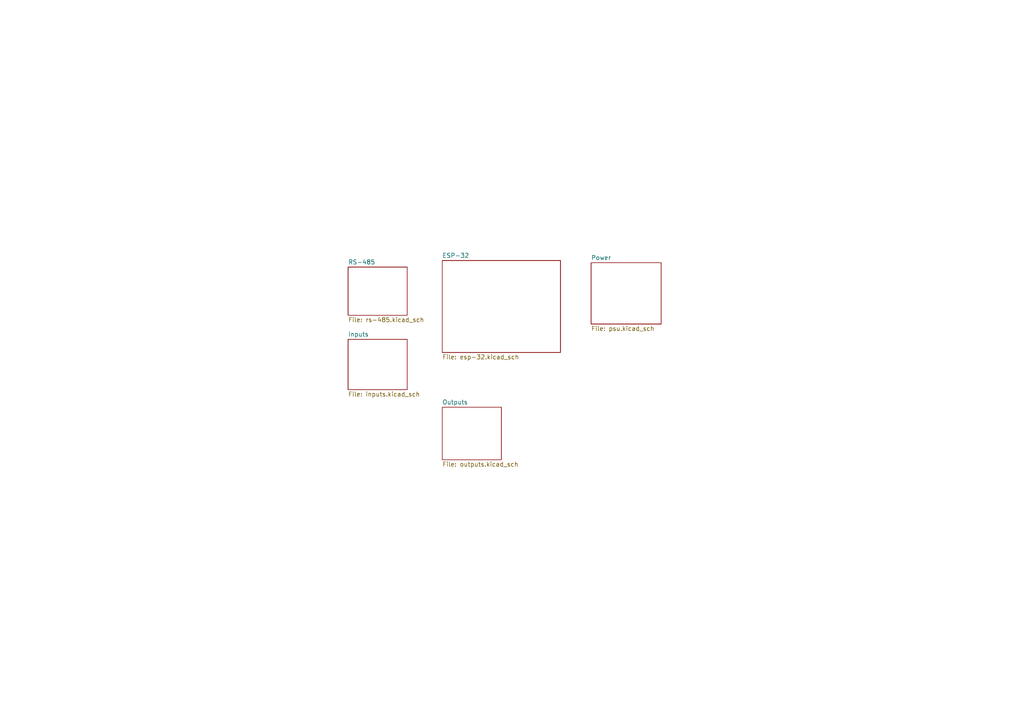
<source format=kicad_sch>
(kicad_sch (version 20230121) (generator eeschema)
  (paper "A4")
  (lib_symbols)
  (sheet (at 100.965 98.425) (size 17.145 14.605) (stroke (width 0.1524))
    (property "Sheetname" "Inputs" (at 100.965 97.7134 0) (effects (justify left bottom)))
    (property "Sheetfile" "inputs.kicad_sch" (at 100.965 113.6146 0) (effects (justify left top)))
  )
  (sheet (at 100.965 77.47) (size 17.145 13.97) (stroke (width 0.1524))
    (property "Sheetname" "RS-485" (at 100.965 76.7584 0) (effects (justify left bottom)))
    (property "Sheetfile" "rs-485.kicad_sch" (at 100.965 92.0246 0) (effects (justify left top)))
  )
  (sheet (at 128.27 75.565) (size 34.29 26.67) (stroke (width 0.1524))
    (property "Sheetname" "ESP-32" (at 128.27 74.8534 0) (effects (justify left bottom)))
    (property "Sheetfile" "esp-32.kicad_sch" (at 128.27 102.8196 0) (effects (justify left top)))
  )
  (sheet (at 171.45 76.2) (size 20.32 17.78) (stroke (width 0.1524))
    (property "Sheetname" "Power" (at 171.45 75.4884 0) (effects (justify left bottom)))
    (property "Sheetfile" "psu.kicad_sch" (at 171.45 94.5646 0) (effects (justify left top)))
  )
  (sheet (at 128.27 118.11) (size 17.145 15.24) (stroke (width 0.1524))
    (property "Sheetname" "Outputs" (at 128.27 117.3984 0) (effects (justify left bottom)))
    (property "Sheetfile" "outputs.kicad_sch" (at 128.27 133.9346 0) (effects (justify left top)))
  )
)
</source>
